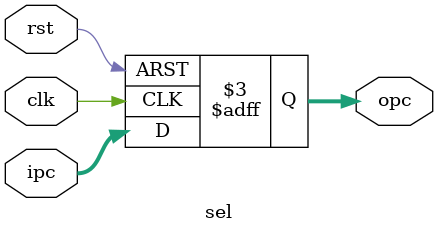
<source format=v>
`timescale 1ns / 1ps
module sel(clk,rst,ipc,opc);
		input clk,rst;
 		input [8:0] ipc;
  		output [8:0] opc;
		reg [8:0]opc;
		always@(negedge rst or negedge clk)begin
		if(rst == 0)
			opc <= 9'b1111_1111_1;
		else
			opc <= ipc;
		end
endmodule

</source>
